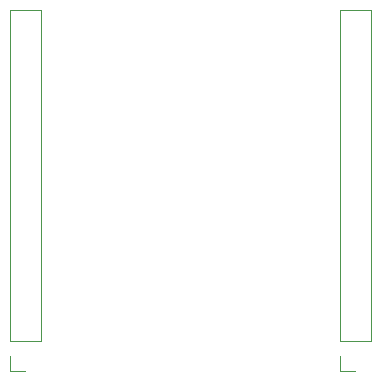
<source format=gbr>
%TF.GenerationSoftware,KiCad,Pcbnew,5.1.9-73d0e3b20d~88~ubuntu20.04.1*%
%TF.CreationDate,2021-04-17T15:00:08+02:00*%
%TF.ProjectId,e18sock,65313873-6f63-46b2-9e6b-696361645f70,rev?*%
%TF.SameCoordinates,Original*%
%TF.FileFunction,Legend,Bot*%
%TF.FilePolarity,Positive*%
%FSLAX46Y46*%
G04 Gerber Fmt 4.6, Leading zero omitted, Abs format (unit mm)*
G04 Created by KiCad (PCBNEW 5.1.9-73d0e3b20d~88~ubuntu20.04.1) date 2021-04-17 15:00:08*
%MOMM*%
%LPD*%
G01*
G04 APERTURE LIST*
%ADD10C,0.120000*%
%ADD11C,0.150000*%
G04 APERTURE END LIST*
D10*
%TO.C, *%
X143450000Y-34230000D02*
X146110000Y-34230000D01*
X143450000Y-62230000D02*
X143450000Y-34230000D01*
X146110000Y-62230000D02*
X146110000Y-34230000D01*
X143450000Y-62230000D02*
X146110000Y-62230000D01*
X143450000Y-63500000D02*
X143450000Y-64830000D01*
X143450000Y-64830000D02*
X144780000Y-64830000D01*
X115510000Y-34230000D02*
X118170000Y-34230000D01*
X115510000Y-62230000D02*
X115510000Y-34230000D01*
X118170000Y-62230000D02*
X118170000Y-34230000D01*
X115510000Y-62230000D02*
X118170000Y-62230000D01*
X115510000Y-63500000D02*
X115510000Y-64830000D01*
X115510000Y-64830000D02*
X116840000Y-64830000D01*
D11*
%TD*%
M02*

</source>
